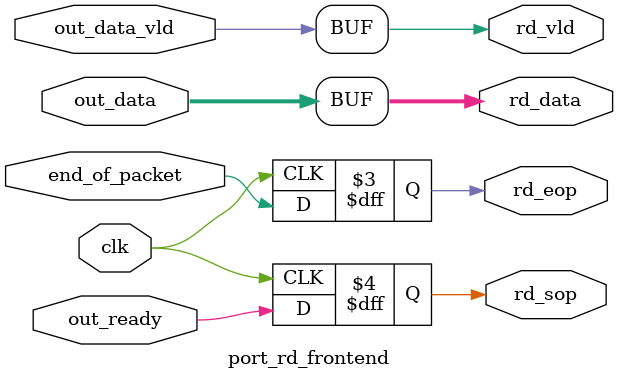
<source format=v>
module port_rd_frontend(
    input clk,

    /* 读出IO */
    output reg rd_sop,
    output reg rd_eop,
    output rd_vld,
    output [15:0] rd_data,

    /*
     * 来自后端的读出数据传输IO
     * |- out_ready - 即将开始一个数据包的传输
     * |- out_data_vld - 传输数据有效信号
     * |- out_data - 传输数据
     * |- end_of_packet - 传输数据结束信号
     */
    input out_ready,
    input out_data_vld,
    input [15:0] out_data,
    input end_of_packet
);

assign rd_vld = out_data_vld;
assign rd_data = out_data;

always @(posedge clk) begin
    rd_sop <= out_ready;
end

always @(posedge clk) begin
    rd_eop <= end_of_packet;
end

endmodule
</source>
